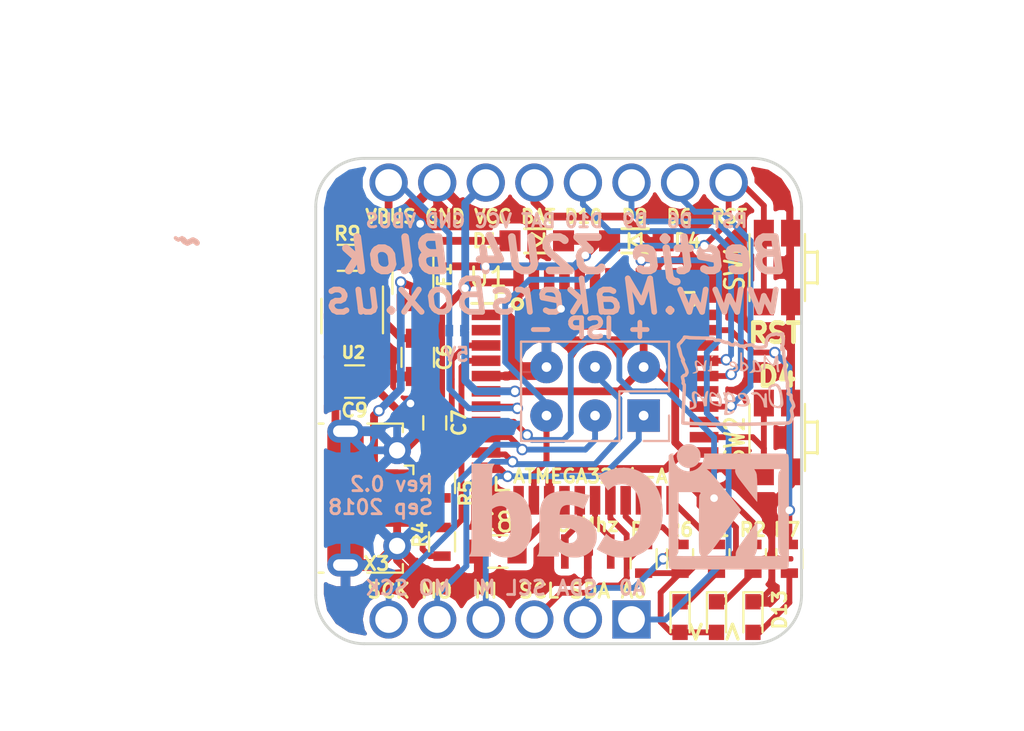
<source format=kicad_pcb>
(kicad_pcb (version 4) (host pcbnew 4.0.7)
  (title_block (title "Beetje 32U4 Blok") (date 2018-08-10) (rev 0.0) (company www.MakersBox.us) (comment 1 648.ken@gmail.com))
  (layers (0 F.Cu signal) (31 B.Cu signal) (34 B.Paste user) (35 F.Paste user) (36 B.SilkS user) (37 F.SilkS user) (38 B.Mask user) (39 F.Mask user) (44 Edge.Cuts user))
  (net 0 "")
  (net 1 GND)
  (net 2 /AREF)
  (net 3 VBUS)
  (net 4 +BATT)
  (net 5 /D4)
  (net 6 /D6)
  (net 7 /D8)
  (net 8 /D13)
  (net 9 /D12)
  (net 10 /D11)
  (net 11 /D10)
  (net 12 /D9)
  (net 13 /D7)
  (net 14 /SCL)
  (net 15 /SDA)
  (net 16 /D1)
  (net 17 /D0)
  (net 18 /A0)
  (net 19 /A1)
  (net 20 /A2)
  (net 21 /A3)
  (net 22 /A4)
  (net 23 /A5)
  (net 24 /SCK)
  (net 25 /MOSI)
  (net 26 /MISO)
  (net 27 "Net-(R4-Pad2)")
  (net 28 "Net-(R5-Pad2)")
  (net 29 "Net-(R9-Pad1)")
  (net 30 "Net-(U1-Pad2)")
  (net 31 "Net-(U1-Pad16)")
  (net 32 "Net-(U1-Pad17)")
  (net 33 /D5)
  (net 34 "Net-(U2-Pad4)")
  (net 35 "Net-(X3-Pad4)")
  (net 36 /RXLED)
  (net 37 /TXLED)
  (net 38 /VHI)
  (net 39 /~RESET)
  (net 40 /D+)
  (net 41 /D-)
  (net 42 VCC)
  (net 43 "Net-(D13-Pad2)")
  (net 44 "Net-(F1-Pad2)")
  (net 45 "Net-(D3-Pad1)")
  (net 46 "Net-(D5-Pad1)")
  (module footprints:Beetje_Top (layer F.Cu) (at 163.83 87.63 270)
    (fp_text reference J4 hide)
    (fp_text value "Beetje Top")
    (fp_text user "RST  D6  D9  D10 BAT VCC GND VBUS" (at 2 9 360) (layer B.SilkS) (effects (font (size 0.7 0.675)) (justify mirror)))
    (fp_text user "VBUS GND VCC BAT D10  D9  D6  RST" (at 1.778 9.017 360) (layer F.SilkS) (effects (font (size 0.7 0.675))))
    (pad 1 thru_hole circle (at 0 0 270) (size 2 2) (drill 1.4) (layers *.Cu *.Mask) (net 39 /~RESET))
    (pad 2 thru_hole oval (at 0 2.54 270) (size 2 2) (drill 1.4) (layers *.Cu *.Mask) (net 6 /D6))
    (pad 3 thru_hole oval (at 0 5.08 270) (size 2 2) (drill 1.4) (layers *.Cu *.Mask) (net 12 /D9))
    (pad 4 thru_hole oval (at 0 7.62 270) (size 2 2) (drill 1.4) (layers *.Cu *.Mask) (net 11 /D10))
    (pad 5 thru_hole circle (at 0 10.16 270) (size 2 2) (drill 1.4) (layers *.Cu *.Mask) (net 4 +BATT))
    (pad 6 thru_hole circle (at 0 12.7 270) (size 2 2) (drill 1.4) (layers *.Cu *.Mask) (net 42 VCC))
    (pad 7 thru_hole circle (at 0 15.24 270) (size 2 2) (drill 1.4) (layers *.Cu *.Mask) (net 1 GND))
    (pad 8 thru_hole circle (at 0 17.78 270) (size 2 2) (drill 1.4) (layers *.Cu *.Mask) (net 3 VBUS))
  )
  (module footprints:Beetje_Bottom (layer F.Cu) (at 158.75 110.49 270)
    (fp_text reference J2 hide)
    (fp_text value "Beetje Bottom")
    (fp_text user "A0  SDA SCL MI  MO SCK" (at -1.651 6.604 360) (layer B.SilkS) (effects (font (size 0.75 0.75)) (justify mirror)))
    (fp_text user "SCK MO  MI  SCL SDA A0" (at -1.5 6.5 360) (layer F.SilkS) (effects (font (size 0.75 0.75))))
    (pad 1 thru_hole rect (at 0 0 270) (size 2 2) (drill 1.4) (layers *.Cu *.Mask) (net 18 /A0))
    (pad 2 thru_hole oval (at 0 2.54 270) (size 2 2) (drill 1.4) (layers *.Cu *.Mask) (net 15 /SDA))
    (pad 3 thru_hole oval (at 0 5.08 270) (size 2 2) (drill 1.4) (layers *.Cu *.Mask) (net 14 /SCL))
    (pad 4 thru_hole oval (at 0 7.62 270) (size 2 2) (drill 1.4) (layers *.Cu *.Mask) (net 26 /MISO))
    (pad 5 thru_hole oval (at 0 10.16 270) (size 2 2) (drill 1.4) (layers *.Cu *.Mask) (net 25 /MOSI))
    (pad 6 thru_hole oval (at 0 12.7 270) (size 2 2) (drill 1.4) (layers *.Cu *.Mask) (net 24 /SCK))
  )
  (module footprints:EVQ-P7A (layer F.Cu) (at 166.37 100.965 90)
    (fp_text reference SW2 (at -0.127 -2.2225 90) (layer F.SilkS) (effects (font (size 1 0.8))))
    (fp_text value D4 (at 3.175 0 180) (layer F.SilkS) (effects (font (thickness 0.25))))
    (pad 2 smd rect (at 1.8 0.725 90) (size 1.4 1.05) (layers F.Cu F.Paste F.Mask) (net 1 GND))
    (pad 2 smd rect (at -1.8 0.725 90) (size 1.4 1.05) (layers F.Cu F.Paste F.Mask) (net 1 GND))
    (pad 1 smd rect (at 1.8 -0.7 90) (size 1.4 1.05) (layers F.Cu F.Paste F.Mask) (net 5 /D4))
    (pad 1 smd rect (at -1.8 -0.7 90) (size 1.4 1.05) (layers F.Cu F.Paste F.Mask) (net 5 /D4))
  )
  (module footprints:D_SOD-123F (layer F.Cu) (at 159.004 90.678)
    (fp_text reference D4 (at 2.667 0) (layer F.SilkS) (effects (font (size 0.7 0.7))))
    (fp_text value MBR120)
    (pad 1 smd rect (at -1.4 0) (size 1.1 1.1) (layers F.Cu F.Paste F.Mask) (net 38 /VHI))
    (pad 2 smd rect (at 1.4 0) (size 1.1 1.1) (layers F.Cu F.Paste F.Mask) (net 4 +BATT))
  )
  (module footprints:D_SOD-123F (layer F.Cu) (at 153.797 90.678 180)
    (fp_text reference D1 (at 2.667 0 180) (layer F.SilkS) (effects (font (size 0.7 0.7))))
    (fp_text value MBR120)
    (pad 1 smd rect (at -1.4 0 180) (size 1.1 1.1) (layers F.Cu F.Paste F.Mask) (net 38 /VHI))
    (pad 2 smd rect (at 1.4 0 180) (size 1.1 1.1) (layers F.Cu F.Paste F.Mask) (net 3 VBUS))
  )
  (module footprints:Jumper (layer B.Cu) (at 149.606 95.377 180)
    (fp_text reference JMP1 hide)
    (fp_text value 5V (at 0 -1.25 180) (layer B.SilkS) (effects (font (size 0.7 0.7)) (justify mirror)))
    (pad 1 smd rect (at -0.381 0 180) (size 0.4 0.6) (layers B.Cu B.Paste B.Mask) (net 42 VCC))
    (pad 2 smd rect (at 0.381 0 180) (size 0.4 0.6) (layers B.Cu B.Paste B.Mask) (net 3 VBUS))
  )
  (module footprints:LED_0603 (layer F.Cu) (at 161.29 110.363 270)
    (fp_text reference D3 hide)
    (fp_text value TX hide)
    (pad 2 smd rect (at 0.8 0 90) (size 0.8 0.8) (layers F.Cu F.Paste F.Mask) (net 42 VCC))
    (pad 1 smd rect (at -0.8 0 90) (size 0.8 0.8) (layers F.Cu F.Paste F.Mask) (net 45 "Net-(D3-Pad1)"))
  )
  (module footprints:Resonator_SMD_CTSC_1.3mmx3.2mm (layer F.Cu) (at 156.464 106.934 180)
    (fp_text reference Y1 hide)
    (fp_text value "8 Mhz" (at 0 1.397 180) (layer F.SilkS) (effects (font (size 0.7 0.7))))
    (pad 1 smd rect (at -1.2 0 180) (size 0.4 1.8) (layers F.Cu F.Paste F.Mask) (net 32 "Net-(U1-Pad17)"))
    (pad 2 smd rect (at 0 0 180) (size 0.4 1.8) (layers F.Cu F.Paste F.Mask) (net 1 GND))
    (pad 3 smd rect (at 1.2 0 180) (size 0.4 1.8) (layers F.Cu F.Paste F.Mask) (net 31 "Net-(U1-Pad16)"))
  )
  (module footprints:EVQ-P7A (layer F.Cu) (at 166.37 92.075 90)
    (fp_text reference SW1 (at 0 -2.2225 270) (layer F.SilkS) (effects (font (size 1 0.8))))
    (fp_text value RST (at -3.429 -0.127 180) (layer F.SilkS) (effects (font (thickness 0.25))))
    (pad 2 smd rect (at 1.8 0.725 90) (size 1.4 1.05) (layers F.Cu F.Paste F.Mask) (net 1 GND))
    (pad 2 smd rect (at -1.8 0.725 90) (size 1.4 1.05) (layers F.Cu F.Paste F.Mask) (net 1 GND))
    (pad 1 smd rect (at 1.8 -0.7 90) (size 1.4 1.05) (layers F.Cu F.Paste F.Mask) (net 39 /~RESET))
    (pad 1 smd rect (at -1.8 -0.7 90) (size 1.4 1.05) (layers F.Cu F.Paste F.Mask) (net 39 /~RESET))
  )
  (module myFootPrints:MadeInOregonRev25 (layer F.Cu) (at 164.211 97.917)
    (fp_text reference VAL hide)
    (fp_text value MadeInOregonRev25 hide)
  )
  (module footprints:KiCad-Logo2_8mm_SilkScreen (layer B.Cu) (at 158.623 105.283 180)
    (fp_text reference REF*** hide)
    (fp_text value KiCad-Logo2_8mm_SilkScreen hide)
  )
  (module footprints:C_0805 (layer F.Cu) (at 147.574 96.774 270)
    (fp_text reference C6 (at 0 -1.397 270) (layer F.SilkS) (effects (font (size 0.7 0.7))))
    (fp_text value 10uF)
    (pad 1 smd rect (at -1 0 270) (size 1 1.25) (layers F.Cu F.Paste F.Mask) (net 38 /VHI))
    (pad 2 smd rect (at 1 0 270) (size 1 1.25) (layers F.Cu F.Paste F.Mask) (net 1 GND))
  )
  (module footprints:C_0603 (layer F.Cu) (at 148.463 100.203 270)
    (fp_text reference C7 (at 0 -1.27 450) (layer F.SilkS) (effects (font (size 0.7 0.7))))
    (fp_text value 1uF)
    (pad 2 smd rect (at 0.75 0 270) (size 0.8 0.75) (layers F.Cu F.Paste F.Mask) (net 1 GND))
    (pad 1 smd rect (at -0.75 0 270) (size 0.8 0.75) (layers F.Cu F.Paste F.Mask) (net 42 VCC))
  )
  (module footprints:C_0805 (layer F.Cu) (at 151.765 106.934 180)
    (fp_text reference C8 (at 0.127 1.524 180) (layer F.SilkS))
    (fp_text value 10uF)
    (pad 1 smd rect (at -1 0 180) (size 1 1.25) (layers F.Cu F.Paste F.Mask) (net 42 VCC))
    (pad 2 smd rect (at 1 0 180) (size 1 1.25) (layers F.Cu F.Paste F.Mask) (net 1 GND))
  )
  (module footprints:C_0805 (layer F.Cu) (at 144.272 98.044 180)
    (fp_text reference C9 (at 0 -1.5 180) (layer F.SilkS) (effects (font (size 0.7 0.7))))
    (fp_text value 10uF)
    (pad 1 smd rect (at -1 0 180) (size 1 1.25) (layers F.Cu F.Paste F.Mask) (net 42 VCC))
    (pad 2 smd rect (at 1 0 180) (size 1 1.25) (layers F.Cu F.Paste F.Mask) (net 1 GND))
  )
  (module footprints:LED_0603 (layer F.Cu) (at 163.195 110.363 270)
    (fp_text reference D5 hide)
    (fp_text value RX hide)
    (pad 2 smd rect (at 0.8 0 90) (size 0.8 0.8) (layers F.Cu F.Paste F.Mask) (net 42 VCC))
    (pad 1 smd rect (at -0.8 0 90) (size 0.8 0.8) (layers F.Cu F.Paste F.Mask) (net 46 "Net-(D5-Pad1)"))
  )
  (module footprints:LED_0603 (layer F.Cu) (at 165.1 110.363 270)
    (fp_text reference D13 (at -0.381 -1.397 270) (layer F.SilkS) (effects (font (size 0.7 0.7))))
    (fp_text value D13)
    (pad 2 smd rect (at 0.8 0 90) (size 0.8 0.8) (layers F.Cu F.Paste F.Mask) (net 43 "Net-(D13-Pad2)"))
    (pad 1 smd rect (at -0.8 0 90) (size 0.8 0.8) (layers F.Cu F.Paste F.Mask) (net 1 GND))
  )
  (module footprints:R_1206 (layer F.Cu) (at 147.32 92.456 270)
    (fp_text reference F1 (at 0 -1.651 270) (layer F.SilkS) (effects (font (size 0.7 0.7))))
    (fp_text value Polyfuse)
    (pad 1 smd rect (at -1.45 0 270) (size 0.9 1.7) (layers F.Cu F.Paste F.Mask) (net 3 VBUS))
    (pad 2 smd rect (at 1.45 0 270) (size 0.9 1.7) (layers F.Cu F.Paste F.Mask) (net 44 "Net-(F1-Pad2)"))
  )
  (module footprints:R_0603 (layer F.Cu) (at 163.195 107.315 270)
    (fp_text reference R1 (at -1.524 0 360) (layer F.SilkS) (effects (font (size 0.7 0.7))))
    (fp_text value 180)
    (pad 1 smd rect (at -0.75 0 270) (size 0.5 0.9) (layers F.Cu F.Paste F.Mask) (net 37 /TXLED))
    (pad 2 smd rect (at 0.75 0 270) (size 0.5 0.9) (layers F.Cu F.Paste F.Mask) (net 45 "Net-(D3-Pad1)"))
  )
  (module footprints:R_0603 (layer F.Cu) (at 165.1 107.315 270)
    (fp_text reference R2 (at -1.524 0 360) (layer F.SilkS) (effects (font (size 0.7 0.7))))
    (fp_text value 180)
    (pad 1 smd rect (at -0.75 0 270) (size 0.5 0.9) (layers F.Cu F.Paste F.Mask) (net 36 /RXLED))
    (pad 2 smd rect (at 0.75 0 270) (size 0.5 0.9) (layers F.Cu F.Paste F.Mask) (net 46 "Net-(D5-Pad1)"))
  )
  (module footprints:R_0603 (layer F.Cu) (at 148.844 106.426 270)
    (fp_text reference R4 (at -0.381 1.143 450) (layer F.SilkS) (effects (font (size 0.7 0.7))))
    (fp_text value 22)
    (pad 1 smd rect (at -0.75 0 270) (size 0.5 0.9) (layers F.Cu F.Paste F.Mask) (net 40 /D+))
    (pad 2 smd rect (at 0.75 0 270) (size 0.5 0.9) (layers F.Cu F.Paste F.Mask) (net 27 "Net-(R4-Pad2)"))
  )
  (module footprints:R_0603 (layer F.Cu) (at 148.844 103.378 270)
    (fp_text reference R5 (at 0.508 -1.27 450) (layer F.SilkS) (effects (font (size 0.7 0.7))))
    (fp_text value 22)
    (pad 1 smd rect (at -0.75 0 270) (size 0.5 0.9) (layers F.Cu F.Paste F.Mask) (net 41 /D-))
    (pad 2 smd rect (at 0.75 0 270) (size 0.5 0.9) (layers F.Cu F.Paste F.Mask) (net 28 "Net-(R5-Pad2)"))
  )
  (module footprints:R_0603 (layer F.Cu) (at 167.005 107.315 90)
    (fp_text reference R7 (at 1.524 -0.127 180) (layer F.SilkS) (effects (font (size 0.7 0.7))))
    (fp_text value 180)
    (pad 1 smd rect (at -0.75 0 90) (size 0.5 0.9) (layers F.Cu F.Paste F.Mask) (net 43 "Net-(D13-Pad2)"))
    (pad 2 smd rect (at 0.75 0 90) (size 0.5 0.9) (layers F.Cu F.Paste F.Mask) (net 8 /D13))
  )
  (module footprints:R_0603 (layer F.Cu) (at 143.891 91.567)
    (fp_text reference R9 (at 0 -1.27) (layer F.SilkS) (effects (font (size 0.7 0.7))))
    (fp_text value 100K)
    (pad 1 smd rect (at -0.75 0) (size 0.5 0.9) (layers F.Cu F.Paste F.Mask) (net 29 "Net-(R9-Pad1)"))
    (pad 2 smd rect (at 0.75 0) (size 0.5 0.9) (layers F.Cu F.Paste F.Mask) (net 38 /VHI))
  )
  (module footprints:TQFP-44_10x10mm_Pitch0.8mm (layer F.Cu) (at 156.845 98.552)
    (fp_text reference U1 (at -5.588 -5.969) (layer F.SilkS))
    (fp_text value ATMEGA32U4-AU (at 0.127 4.445) (layer F.SilkS) (effects (font (size 0.7 0.7))))
    (pad 1 smd rect (at -5.7 -4) (size 1.5 0.55) (layers F.Cu F.Paste F.Mask) (net 13 /D7))
    (pad 2 smd rect (at -5.7 -3.2) (size 1.5 0.55) (layers F.Cu F.Paste F.Mask) (net 30 "Net-(U1-Pad2)"))
    (pad 3 smd rect (at -5.7 -2.4) (size 1.5 0.55) (layers F.Cu F.Paste F.Mask) (net 41 /D-))
    (pad 4 smd rect (at -5.7 -1.6) (size 1.5 0.55) (layers F.Cu F.Paste F.Mask) (net 40 /D+))
    (pad 5 smd rect (at -5.7 -0.8) (size 1.5 0.55) (layers F.Cu F.Paste F.Mask) (net 1 GND))
    (pad 6 smd rect (at -5.7 0) (size 1.5 0.55) (layers F.Cu F.Paste F.Mask) (net 42 VCC))
    (pad 7 smd rect (at -5.7 0.8) (size 1.5 0.55) (layers F.Cu F.Paste F.Mask) (net 3 VBUS))
    (pad 8 smd rect (at -5.7 1.6) (size 1.5 0.55) (layers F.Cu F.Paste F.Mask) (net 36 /RXLED))
    (pad 9 smd rect (at -5.7 2.4) (size 1.5 0.55) (layers F.Cu F.Paste F.Mask) (net 24 /SCK))
    (pad 10 smd rect (at -5.7 3.2) (size 1.5 0.55) (layers F.Cu F.Paste F.Mask) (net 25 /MOSI))
    (pad 11 smd rect (at -5.7 4) (size 1.5 0.55) (layers F.Cu F.Paste F.Mask) (net 26 /MISO))
    (pad 12 smd rect (at -4 5.7 90) (size 1.5 0.55) (layers F.Cu F.Paste F.Mask) (net 10 /D11))
    (pad 13 smd rect (at -3.2 5.7 90) (size 1.5 0.55) (layers F.Cu F.Paste F.Mask) (net 39 /~RESET))
    (pad 14 smd rect (at -2.4 5.7 90) (size 1.5 0.55) (layers F.Cu F.Paste F.Mask) (net 42 VCC))
    (pad 15 smd rect (at -1.6 5.7 90) (size 1.5 0.55) (layers F.Cu F.Paste F.Mask) (net 1 GND))
    (pad 16 smd rect (at -0.8 5.7 90) (size 1.5 0.55) (layers F.Cu F.Paste F.Mask) (net 31 "Net-(U1-Pad16)"))
    (pad 17 smd rect (at 0 5.7 90) (size 1.5 0.55) (layers F.Cu F.Paste F.Mask) (net 32 "Net-(U1-Pad17)"))
    (pad 18 smd rect (at 0.8 5.7 90) (size 1.5 0.55) (layers F.Cu F.Paste F.Mask) (net 14 /SCL))
    (pad 19 smd rect (at 1.6 5.7 90) (size 1.5 0.55) (layers F.Cu F.Paste F.Mask) (net 15 /SDA))
    (pad 20 smd rect (at 2.4 5.7 90) (size 1.5 0.55) (layers F.Cu F.Paste F.Mask) (net 17 /D0))
    (pad 21 smd rect (at 3.2 5.7 90) (size 1.5 0.55) (layers F.Cu F.Paste F.Mask) (net 16 /D1))
    (pad 22 smd rect (at 4 5.7 90) (size 1.5 0.55) (layers F.Cu F.Paste F.Mask) (net 37 /TXLED))
    (pad 23 smd rect (at 5.7 4) (size 1.5 0.55) (layers F.Cu F.Paste F.Mask) (net 1 GND))
    (pad 24 smd rect (at 5.7 3.2) (size 1.5 0.55) (layers F.Cu F.Paste F.Mask) (net 42 VCC))
    (pad 25 smd rect (at 5.7 2.4) (size 1.5 0.55) (layers F.Cu F.Paste F.Mask) (net 5 /D4))
    (pad 26 smd rect (at 5.7 1.6) (size 1.5 0.55) (layers F.Cu F.Paste F.Mask) (net 9 /D12))
    (pad 27 smd rect (at 5.7 0.8) (size 1.5 0.55) (layers F.Cu F.Paste F.Mask) (net 6 /D6))
    (pad 28 smd rect (at 5.7 0) (size 1.5 0.55) (layers F.Cu F.Paste F.Mask) (net 7 /D8))
    (pad 29 smd rect (at 5.7 -0.8) (size 1.5 0.55) (layers F.Cu F.Paste F.Mask) (net 12 /D9))
    (pad 30 smd rect (at 5.7 -1.6) (size 1.5 0.55) (layers F.Cu F.Paste F.Mask) (net 11 /D10))
    (pad 31 smd rect (at 5.7 -2.4) (size 1.5 0.55) (layers F.Cu F.Paste F.Mask) (net 33 /D5))
    (pad 32 smd rect (at 5.7 -3.2) (size 1.5 0.55) (layers F.Cu F.Paste F.Mask) (net 8 /D13))
    (pad 33 smd rect (at 5.7 -4) (size 1.5 0.55) (layers F.Cu F.Paste F.Mask) (net 42 VCC))
    (pad 34 smd rect (at 4 -5.7 90) (size 1.5 0.55) (layers F.Cu F.Paste F.Mask) (net 42 VCC))
    (pad 35 smd rect (at 3.2 -5.7 90) (size 1.5 0.55) (layers F.Cu F.Paste F.Mask) (net 1 GND))
    (pad 36 smd rect (at 2.4 -5.7 90) (size 1.5 0.55) (layers F.Cu F.Paste F.Mask) (net 18 /A0))
    (pad 37 smd rect (at 1.6 -5.7 90) (size 1.5 0.55) (layers F.Cu F.Paste F.Mask) (net 19 /A1))
    (pad 38 smd rect (at 0.8 -5.7 90) (size 1.5 0.55) (layers F.Cu F.Paste F.Mask) (net 20 /A2))
    (pad 39 smd rect (at 0 -5.7 90) (size 1.5 0.55) (layers F.Cu F.Paste F.Mask) (net 21 /A3))
    (pad 40 smd rect (at -0.8 -5.7 90) (size 1.5 0.55) (layers F.Cu F.Paste F.Mask) (net 22 /A4))
    (pad 41 smd rect (at -1.6 -5.7 90) (size 1.5 0.55) (layers F.Cu F.Paste F.Mask) (net 23 /A5))
    (pad 42 smd rect (at -2.4 -5.7 90) (size 1.5 0.55) (layers F.Cu F.Paste F.Mask) (net 2 /AREF))
    (pad 43 smd rect (at -3.2 -5.7 90) (size 1.5 0.55) (layers F.Cu F.Paste F.Mask) (net 1 GND))
    (pad 44 smd rect (at -4 -5.7 90) (size 1.5 0.55) (layers F.Cu F.Paste F.Mask) (net 42 VCC))
  )
  (module footprints:SOT-23-5 (layer F.Cu) (at 144.145 94.615 270)
    (fp_text reference U2 (at 1.905 -0.0635 360) (layer F.SilkS) (effects (font (size 0.6 0.6))))
    (fp_text value MIC5225-3.3)
    (pad 1 smd rect (at -1.1 -0.95 270) (size 1.06 0.65) (layers F.Cu F.Paste F.Mask) (net 38 /VHI))
    (pad 2 smd rect (at -1.1 0 270) (size 1.06 0.65) (layers F.Cu F.Paste F.Mask) (net 1 GND))
    (pad 3 smd rect (at -1.1 0.95 270) (size 1.06 0.65) (layers F.Cu F.Paste F.Mask) (net 29 "Net-(R9-Pad1)"))
    (pad 4 smd rect (at 1.1 0.95 270) (size 1.06 0.65) (layers F.Cu F.Paste F.Mask) (net 34 "Net-(U2-Pad4)"))
    (pad 5 smd rect (at 1.1 -0.95 270) (size 1.06 0.65) (layers F.Cu F.Paste F.Mask) (net 42 VCC))
  )
  (module footprints:USB_Micro-B_Molex-105017-0001 (layer F.Cu) (at 144.145 104.14 270)
    (fp_text reference X3 (at 3.429 -1.27 360) (layer F.SilkS) (effects (font (size 0.7 0.7))))
    (fp_text value USB_OTG)
    (pad 6 smd rect (at 1 0.35 270) (size 1.5 1.9) (layers F.Cu F.Paste F.Mask) (net 1 GND))
    (pad 6 thru_hole circle (at -2.5 -2.35 270) (size 1.45 1.45) (drill 0.85) (layers *.Cu *.Mask) (net 1 GND))
    (pad 2 smd rect (at -0.65 -2.35 270) (size 0.4 1.35) (layers F.Cu F.Paste F.Mask) (net 28 "Net-(R5-Pad2)"))
    (pad 1 smd rect (at -1.3 -2.35 270) (size 0.4 1.35) (layers F.Cu F.Paste F.Mask) (net 44 "Net-(F1-Pad2)"))
    (pad 5 smd rect (at 1.3 -2.35 270) (size 0.4 1.35) (layers F.Cu F.Paste F.Mask) (net 1 GND))
    (pad 4 smd rect (at 0.65 -2.35 270) (size 0.4 1.35) (layers F.Cu F.Paste F.Mask) (net 35 "Net-(X3-Pad4)"))
    (pad 3 smd rect (at 0 -2.35 270) (size 0.4 1.35) (layers F.Cu F.Paste F.Mask) (net 27 "Net-(R4-Pad2)"))
    (pad 6 thru_hole circle (at 2.5 -2.35 270) (size 1.45 1.45) (drill 0.85) (layers *.Cu *.Mask) (net 1 GND))
    (pad 6 smd rect (at -1 0.35 270) (size 1.5 1.9) (layers F.Cu F.Paste F.Mask) (net 1 GND))
    (pad 6 thru_hole oval (at -3.5 0.35 90) (size 1.2 1.9) (drill oval 0.6 1.3) (layers *.Cu *.Mask) (net 1 GND))
    (pad 6 thru_hole oval (at 3.5 0.35 270) (size 1.2 1.9) (drill oval 0.6 1.3) (layers *.Cu *.Mask) (net 1 GND))
    (pad 6 smd rect (at 2.9 0.35 270) (size 1.2 1.9) (layers F.Cu F.Mask) (net 1 GND))
    (pad 6 smd rect (at -2.9 0.35 270) (size 1.2 1.9) (layers F.Cu F.Mask) (net 1 GND))
  )
  (module footprints:Pin_Header_Straight_2x03_Pitch2.54mm (layer B.Cu) (at 159.385 99.822 90)
    (fp_text reference CON1 hide)
    (fp_text value AVR-ISP-6)
    (pad 1 thru_hole rect (at 0 0 90) (size 1.7 1.7) (drill 0.508) (layers *.Cu *.Mask) (net 26 /MISO))
    (pad 2 thru_hole oval (at 2.54 0 90) (size 1.7 1.7) (drill 0.508) (layers *.Cu *.Mask) (net 42 VCC))
    (pad 3 thru_hole oval (at 0 -2.54 90) (size 1.7 1.7) (drill 0.508) (layers *.Cu *.Mask) (net 24 /SCK))
    (pad 4 thru_hole oval (at 2.54 -2.54 90) (size 1.7 1.7) (drill 0.508) (layers *.Cu *.Mask) (net 25 /MOSI))
    (pad 5 thru_hole oval (at 0 -5.08 90) (size 1.7 1.7) (drill 0.508) (layers *.Cu *.Mask) (net 39 /~RESET))
    (pad 6 thru_hole oval (at 2.54 -5.08 90) (size 1.7 1.7) (drill 0.508) (layers *.Cu *.Mask) (net 1 GND))
  )
  (module footprints:R_0603 (layer F.Cu) (at 159.385 107.315 270)
    (fp_text reference R3 (at -1.524 0 360) (layer F.SilkS) (effects (font (size 0.7 0.7))))
    (fp_text value 4K7)
    (pad 1 smd rect (at -0.75 0 270) (size 0.5 0.9) (layers F.Cu F.Paste F.Mask) (net 14 /SCL))
    (pad 2 smd rect (at 0.75 0 270) (size 0.5 0.9) (layers F.Cu F.Paste F.Mask) (net 42 VCC))
  )
  (module footprints:R_0603 (layer F.Cu) (at 161.29 107.315 270)
    (fp_text reference R6 (at -1.524 0 360) (layer F.SilkS) (effects (font (size 0.7 0.7))))
    (fp_text value 4K7)
    (pad 1 smd rect (at -0.75 0 270) (size 0.5 0.9) (layers F.Cu F.Paste F.Mask) (net 15 /SDA))
    (pad 2 smd rect (at 0.75 0 270) (size 0.5 0.9) (layers F.Cu F.Paste F.Mask) (net 42 VCC))
  )
  (gr_text > (at 163.957 111.125 90) (layer F.SilkS) (effects (font (size 1 1) (thickness 0.175))))
  (gr_text > (at 162.179 111.125 270) (layer F.SilkS) (effects (font (size 1 1) (thickness 0.175))))
  (gr_text "Rev 0.2\nSep 2018" (at 148.463 104.013) (layer B.SilkS) (effects (font (size 0.75 0.75)) (justify left mirror)))
  (gr_line (start 142.24 109.22) (end 142.24 88.9) (angle 90) (layer Edge.Cuts) (width 0.15))
  (gr_line (start 165.1 111.76) (end 144.78 111.76) (angle 90) (layer Edge.Cuts) (width 0.15))
  (gr_line (start 167.64 88.9) (end 167.64 109.22) (angle 90) (layer Edge.Cuts) (width 0.15))
  (gr_line (start 144.78 86.36) (end 165.1 86.36) (angle 90) (layer Edge.Cuts) (width 0.15))
  (gr_arc (start 144.78 88.9) (end 142.24 88.9) (angle 90) (layer Edge.Cuts) (width 0.15))
  (gr_arc (start 144.78 109.22) (end 144.78 111.76) (angle 90) (layer Edge.Cuts) (width 0.15))
  (gr_arc (start 165.1 109.22) (end 167.64 109.22) (angle 90) (layer Edge.Cuts) (width 0.15))
  (gr_arc (start 165.1 88.9) (end 165.1 86.36) (angle 90) (layer Edge.Cuts) (width 0.15))
  (gr_text "+ ISP -" (at 156.591 95.25) (layer B.SilkS) (effects (font (size 1 1) (thickness 0.25)) (justify mirror)))
  (gr_circle (center 152.781 93.98) (end 152.781 93.726) (layer F.SilkS) (width 0.2))
  (gr_text www.MakersBox.us (at 166.878 93.599) (layer B.SilkS) (effects (font (size 1.75 1.75) (thickness 0.3) italic) (justify left mirror)))
  (gr_text "Beetje 32U4 Blok\n" (at 167.132 91.44) (layer B.SilkS) (effects (font (size 1.75 1.75) (thickness 0.4) italic) (justify left mirror)))
  (gr_text ~ (at 135.636 90.678) (layer B.SilkS) (effects (font (size 1.5 1.5) (thickness 0.3)) (justify mirror)))
  (gr_text ~ (at 135.128 90.551) (layer B.SilkS) (effects (font (size 1 1) (thickness 0.2)) (justify mirror)))
  (segment (start 165.1 109.563) (end 165.392 109.563) (width 0.3048) (layer F.Cu) (net 1))
  (segment (start 165.392 109.563) (end 166.116 108.839) (width 0.3048) (layer F.Cu) (net 1))
  (segment (start 166.116 105.029) (end 165.227 104.14) (width 0.3048) (layer F.Cu) (net 1))
  (segment (start 166.116 108.839) (end 166.116 105.029) (width 0.3048) (layer F.Cu) (net 1))
  (segment (start 165.1 104.14) (end 165.227 104.14) (width 0.4064) (layer F.Cu) (net 1))
  (segment (start 165.227 104.14) (end 166.37 104.14) (width 0.4064) (layer F.Cu) (net 1))
  (segment (start 166.37 104.14) (end 167.095 103.415) (width 0.4064) (layer F.Cu) (net 1))
  (segment (start 162.545 102.552) (end 163.512 102.552) (width 0.4064) (layer F.Cu) (net 1))
  (segment (start 163.512 102.552) (end 165.1 104.14) (width 0.4064) (layer F.Cu) (net 1))
  (segment (start 167.095 96.393) (end 167.095 96.356) (width 0.4064) (layer F.Cu) (net 1))
  (segment (start 164.211 93.218) (end 162.687 91.694) (width 0.4064) (layer F.Cu) (net 1))
  (segment (start 164.211 94.615) (end 164.211 93.218) (width 0.4064) (layer F.Cu) (net 1))
  (segment (start 165.1 95.504) (end 164.211 94.615) (width 0.4064) (layer F.Cu) (net 1))
  (segment (start 166.243 95.504) (end 165.1 95.504) (width 0.4064) (layer F.Cu) (net 1))
  (segment (start 167.095 96.356) (end 166.243 95.504) (width 0.4064) (layer F.Cu) (net 1))
  (segment (start 147.193 99.187) (end 147.574 98.806) (width 0.4064) (layer B.Cu) (net 1))
  (segment (start 148.59 88.9) (end 148.59 87.63) (width 0.4064) (layer F.Cu) (net 1))
  (segment (start 147.701 89.789) (end 148.59 88.9) (width 0.4064) (layer F.Cu) (net 1))
  (via (at 147.701 89.789) (size 0.6) (drill 0.4) (layers F.Cu B.Cu) (net 1))
  (segment (start 147.574 89.916) (end 147.701 89.789) (width 0.4064) (layer B.Cu) (net 1))
  (segment (start 147.574 98.806) (end 147.574 89.916) (width 0.4064) (layer B.Cu) (net 1))
  (segment (start 143.795 107.64) (end 145.495 107.64) (width 0.6096) (layer F.Cu) (net 1))
  (segment (start 145.495 107.64) (end 146.495 106.64) (width 0.6096) (layer F.Cu) (net 1))
  (segment (start 167.095 93.875) (end 167.095 90.275) (width 0.3048) (layer F.Cu) (net 1))
  (segment (start 167.095 103.415) (end 167.095 102.765) (width 0.4064) (layer F.Cu) (net 1))
  (segment (start 167.095 99.8) (end 167.095 96.393) (width 0.4064) (layer F.Cu) (net 1))
  (segment (start 167.095 96.393) (end 167.095 93.875) (width 0.4064) (layer F.Cu) (net 1))
  (segment (start 160.045 92.05) (end 160.401 91.694) (width 0.4064) (layer F.Cu) (net 1))
  (segment (start 160.045 92.852) (end 160.045 92.05) (width 0.4064) (layer F.Cu) (net 1))
  (segment (start 160.401 91.694) (end 162.687 91.694) (width 0.4064) (layer F.Cu) (net 1))
  (segment (start 165.138 109.601) (end 165.1 109.563) (width 0.3048) (layer F.Cu) (net 1))
  (segment (start 153.645 92.852) (end 153.645 90.018) (width 0.4064) (layer F.Cu) (net 1))
  (segment (start 148.59 88.646) (end 148.59 87.63) (width 0.4064) (layer F.Cu) (net 1))
  (segment (start 149.352 89.408) (end 148.59 88.646) (width 0.4064) (layer F.Cu) (net 1))
  (segment (start 153.035 89.408) (end 149.352 89.408) (width 0.4064) (layer F.Cu) (net 1))
  (segment (start 153.645 90.018) (end 153.035 89.408) (width 0.4064) (layer F.Cu) (net 1))
  (segment (start 152.908 108.712) (end 153.162 108.712) (width 0.4064) (layer F.Cu) (net 1))
  (segment (start 150.765 108.22) (end 151.257 108.712) (width 0.4064) (layer F.Cu) (net 1))
  (segment (start 151.257 108.712) (end 152.908 108.712) (width 0.4064) (layer F.Cu) (net 1))
  (segment (start 150.765 106.68) (end 150.765 108.22) (width 0.4064) (layer F.Cu) (net 1))
  (segment (start 153.162 108.712) (end 154.305 107.569) (width 0.4064) (layer F.Cu) (net 1))
  (segment (start 154.305 107.569) (end 154.305 106.172) (width 0.3048) (layer F.Cu) (net 1))
  (segment (start 154.305 106.172) (end 154.432 106.045) (width 0.3048) (layer F.Cu) (net 1))
  (segment (start 155.245 105.232) (end 155.245 104.252) (width 0.3048) (layer F.Cu) (net 1))
  (segment (start 154.432 106.045) (end 155.245 105.232) (width 0.3048) (layer F.Cu) (net 1))
  (segment (start 156.464 106.934) (end 156.464 108.204) (width 0.3048) (layer F.Cu) (net 1))
  (segment (start 156.464 108.204) (end 156.083 108.585) (width 0.3048) (layer F.Cu) (net 1))
  (segment (start 156.083 108.585) (end 154.559 108.585) (width 0.3048) (layer F.Cu) (net 1))
  (segment (start 154.559 108.585) (end 154.305 108.331) (width 0.3048) (layer F.Cu) (net 1))
  (segment (start 154.305 108.331) (end 154.305 107.569) (width 0.3048) (layer F.Cu) (net 1))
  (segment (start 146.495 101.64) (end 146.495 99.885) (width 0.4064) (layer B.Cu) (net 1))
  (segment (start 146.495 99.885) (end 147.193 99.187) (width 0.4064) (layer B.Cu) (net 1))
  (via (at 147.193 99.187) (size 0.6) (drill 0.4) (layers F.Cu B.Cu) (net 1))
  (segment (start 147.193 99.187) (end 147.574 98.806) (width 0.4064) (layer F.Cu) (net 1))
  (segment (start 147.574 98.806) (end 147.574 97.774) (width 0.4064) (layer F.Cu) (net 1))
  (segment (start 146.495 101.64) (end 146.899 101.64) (width 0.4064) (layer F.Cu) (net 1))
  (segment (start 146.899 101.64) (end 147.586 100.953) (width 0.4064) (layer F.Cu) (net 1))
  (segment (start 147.586 100.953) (end 148.463 100.953) (width 0.4064) (layer F.Cu) (net 1))
  (segment (start 146.495 106.64) (end 146.495 107.379) (width 0.4064) (layer F.Cu) (net 1))
  (segment (start 150.765 108.188) (end 150.765 106.68) (width 0.4064) (layer F.Cu) (net 1))
  (segment (start 150.368 108.585) (end 150.765 108.188) (width 0.4064) (layer F.Cu) (net 1))
  (segment (start 147.701 108.585) (end 150.368 108.585) (width 0.4064) (layer F.Cu) (net 1))
  (segment (start 146.495 107.379) (end 147.701 108.585) (width 0.4064) (layer F.Cu) (net 1))
  (segment (start 154.305 107.569) (end 154.432 107.569) (width 0.3048) (layer F.Cu) (net 1))
  (segment (start 155.067 94.234) (end 159.766 94.234) (width 0.4064) (layer F.Cu) (net 1))
  (segment (start 160.045 93.955) (end 160.045 92.852) (width 0.4064) (layer F.Cu) (net 1))
  (segment (start 159.766 94.234) (end 160.045 93.955) (width 0.4064) (layer F.Cu) (net 1))
  (segment (start 153.67 93.853) (end 153.67 92.877) (width 0.4064) (layer F.Cu) (net 1))
  (segment (start 154.051 94.234) (end 153.67 93.853) (width 0.4064) (layer F.Cu) (net 1))
  (segment (start 155.067 94.234) (end 154.051 94.234) (width 0.4064) (layer F.Cu) (net 1))
  (via (at 155.067 94.234) (size 0.6) (drill 0.4) (layers F.Cu B.Cu) (net 1))
  (segment (start 153.67 92.877) (end 153.645 92.852) (width 0.4064) (layer F.Cu) (net 1))
  (segment (start 150.765 106.553) (end 150.765 107.204) (width 0.3048) (layer F.Cu) (net 1))
  (segment (start 151.145 97.752) (end 153.835 97.752) (width 0.4064) (layer F.Cu) (net 1))
  (segment (start 146.495 101.64) (end 144.795 101.64) (width 0.4064) (layer B.Cu) (net 1))
  (segment (start 144.795 101.64) (end 143.795 100.64) (width 0.4064) (layer B.Cu) (net 1))
  (segment (start 146.495 105.44) (end 146.495 106.64) (width 0.4064) (layer F.Cu) (net 1))
  (segment (start 143.795 100.64) (end 143.795 107.64) (width 0.4064) (layer F.Cu) (net 1))
  (segment (start 143.272 98.044) (end 143.272 100.117) (width 0.4064) (layer F.Cu) (net 1))
  (segment (start 143.272 100.117) (end 143.795 100.64) (width 0.4064) (layer F.Cu) (net 1))
  (segment (start 144.145 93.515) (end 144.145 94.615) (width 0.4064) (layer F.Cu) (net 1))
  (segment (start 144.145 97.171) (end 143.272 98.044) (width 0.4064) (layer F.Cu) (net 1))
  (segment (start 143.272 98.044) (end 143.272 98.028) (width 0.4064) (layer F.Cu) (net 1))
  (segment (start 144.145 94.615) (end 144.145 97.171) (width 0.4064) (layer F.Cu) (net 1))
  (segment (start 154.305 94.996) (end 155.067 94.234) (width 0.4064) (layer B.Cu) (net 1))
  (segment (start 154.305 97.282) (end 154.305 94.996) (width 0.4064) (layer B.Cu) (net 1))
  (segment (start 153.835 97.752) (end 154.305 97.282) (width 0.3048) (layer F.Cu) (net 1))
  (segment (start 149.225 95.377) (end 149.225 93.853) (width 0.3048) (layer B.Cu) (net 3))
  (segment (start 149.225 90.297) (end 146.558 87.63) (width 0.3048) (layer B.Cu) (net 3))
  (segment (start 149.225 93.853) (end 149.225 90.297) (width 0.3048) (layer B.Cu) (net 3))
  (segment (start 149.225 95.377) (end 149.225 98.425) (width 0.3048) (layer B.Cu) (net 3))
  (segment (start 150.241 99.441) (end 152.781 99.441) (width 0.3048) (layer B.Cu) (net 3))
  (via (at 152.781 99.441) (size 0.6) (drill 0.4) (layers F.Cu B.Cu) (net 3))
  (segment (start 150.241 99.441) (end 149.225 98.425) (width 0.3048) (layer B.Cu) (net 3))
  (segment (start 146.558 87.63) (end 146.05 87.63) (width 0.3048) (layer B.Cu) (net 3))
  (segment (start 152.397 90.678) (end 147.648 90.678) (width 0.4064) (layer F.Cu) (net 3))
  (segment (start 147.648 90.678) (end 147.32 91.006) (width 0.4064) (layer F.Cu) (net 3))
  (segment (start 147.648 90.678) (end 147.32 91.006) (width 0.4064) (layer F.Cu) (net 3))
  (segment (start 151.145 99.352) (end 152.692 99.352) (width 0.3048) (layer F.Cu) (net 3))
  (segment (start 147.521 90.805) (end 147.32 91.006) (width 0.4064) (layer F.Cu) (net 3))
  (segment (start 147.32 91.006) (end 147.32 90.805) (width 0.4064) (layer F.Cu) (net 3))
  (segment (start 147.32 90.805) (end 146.05 89.535) (width 0.4064) (layer F.Cu) (net 3))
  (segment (start 146.05 89.535) (end 146.05 87.63) (width 0.4064) (layer F.Cu) (net 3))
  (segment (start 160.404 90.678) (end 159.639 90.678) (width 0.4064) (layer F.Cu) (net 4))
  (segment (start 153.67 88.646) (end 153.67 87.63) (width 0.4064) (layer F.Cu) (net 4))
  (segment (start 154.432 89.408) (end 153.67 88.646) (width 0.4064) (layer F.Cu) (net 4))
  (segment (start 158.369 89.408) (end 154.432 89.408) (width 0.4064) (layer F.Cu) (net 4))
  (segment (start 159.639 90.678) (end 158.369 89.408) (width 0.4064) (layer F.Cu) (net 4))
  (segment (start 165.67 102.765) (end 165.67 99.165) (width 0.3048) (layer F.Cu) (net 5))
  (segment (start 162.545 100.952) (end 165.087 100.952) (width 0.3048) (layer F.Cu) (net 5))
  (segment (start 165.67 101.535) (end 165.67 102.765) (width 0.3048) (layer F.Cu) (net 5))
  (segment (start 165.087 100.952) (end 165.67 101.535) (width 0.3048) (layer F.Cu) (net 5))
  (segment (start 162.545 99.352) (end 163.919 99.352) (width 0.3048) (layer F.Cu) (net 6))
  (segment (start 162.052 89.154) (end 161.29 88.392) (width 0.3048) (layer B.Cu) (net 6))
  (segment (start 163.449 89.154) (end 162.052 89.154) (width 0.3048) (layer B.Cu) (net 6))
  (segment (start 164.969802 90.674802) (end 163.449 89.154) (width 0.3048) (layer B.Cu) (net 6))
  (segment (start 164.969802 98.301198) (end 164.969802 90.674802) (width 0.3048) (layer B.Cu) (net 6))
  (segment (start 163.957 99.314) (end 164.969802 98.301198) (width 0.3048) (layer B.Cu) (net 6))
  (via (at 163.957 99.314) (size 0.6) (drill 0.4) (layers F.Cu B.Cu) (net 6))
  (segment (start 163.919 99.352) (end 163.957 99.314) (width 0.3048) (layer F.Cu) (net 6))
  (segment (start 161.29 88.392) (end 161.29 87.63) (width 0.3048) (layer B.Cu) (net 6))
  (segment (start 167.005 97.282) (end 167.005 104.775) (width 0.3048) (layer B.Cu) (net 8))
  (via (at 166.243 96.52) (size 0.6) (drill 0.4) (layers F.Cu B.Cu) (net 8))
  (segment (start 167.005 97.282) (end 166.243 96.52) (width 0.3048) (layer B.Cu) (net 8))
  (segment (start 166.243 96.52) (end 165.1 96.52) (width 0.3048) (layer F.Cu) (net 8))
  (segment (start 165.1 96.52) (end 163.932 95.352) (width 0.3048) (layer F.Cu) (net 8))
  (segment (start 162.545 95.352) (end 163.932 95.352) (width 0.3048) (layer F.Cu) (net 8))
  (segment (start 167.005 104.775) (end 167.005 106.565) (width 0.3048) (layer F.Cu) (net 8))
  (via (at 167.005 104.775) (size 0.6) (drill 0.4) (layers F.Cu B.Cu) (net 8))
  (segment (start 163.703 96.901) (end 163.706198 96.901) (width 0.3048) (layer B.Cu) (net 11))
  (segment (start 156.21 88.773) (end 157.607 90.17) (width 0.3048) (layer B.Cu) (net 11))
  (segment (start 157.607 90.17) (end 162.941 90.17) (width 0.3048) (layer B.Cu) (net 11))
  (segment (start 156.21 87.63) (end 156.21 88.773) (width 0.3048) (layer B.Cu) (net 11))
  (segment (start 163.703 96.901) (end 163.652 96.952) (width 0.3048) (layer F.Cu) (net 11))
  (via (at 163.703 96.901) (size 0.6) (drill 0.4) (layers F.Cu B.Cu) (net 11))
  (segment (start 163.652 96.952) (end 162.545 96.952) (width 0.3048) (layer F.Cu) (net 11))
  (segment (start 163.957 91.186) (end 162.941 90.17) (width 0.3048) (layer B.Cu) (net 11))
  (segment (start 163.957 96.650198) (end 163.957 91.186) (width 0.3048) (layer B.Cu) (net 11))
  (segment (start 163.706198 96.901) (end 163.957 96.650198) (width 0.3048) (layer B.Cu) (net 11))
  (segment (start 164.465 97.155) (end 163.957 97.663) (width 0.3048) (layer B.Cu) (net 12))
  (segment (start 158.75 89.154) (end 159.258 89.662) (width 0.3048) (layer B.Cu) (net 12))
  (segment (start 159.258 89.662) (end 163.195 89.662) (width 0.3048) (layer B.Cu) (net 12))
  (segment (start 163.195 89.662) (end 164.465 90.932) (width 0.3048) (layer B.Cu) (net 12))
  (segment (start 164.465 90.932) (end 164.465 97.155) (width 0.3048) (layer B.Cu) (net 12))
  (via (at 163.957 97.663) (size 0.6) (drill 0.4) (layers F.Cu B.Cu) (net 12))
  (segment (start 163.957 97.663) (end 163.868 97.752) (width 0.3048) (layer F.Cu) (net 12))
  (segment (start 163.868 97.752) (end 162.545 97.752) (width 0.3048) (layer F.Cu) (net 12))
  (segment (start 158.75 89.154) (end 158.75 87.63) (width 0.3048) (layer B.Cu) (net 12))
  (segment (start 158.497599 107.315) (end 158.635 107.315) (width 0.3048) (layer F.Cu) (net 14))
  (segment (start 158.635 107.315) (end 159.385 106.565) (width 0.3048) (layer F.Cu) (net 14))
  (segment (start 158.497599 108.332599) (end 158.497599 107.315) (width 0.3048) (layer F.Cu) (net 14))
  (segment (start 158.497599 107.315) (end 158.497599 106.046599) (width 0.3048) (layer F.Cu) (net 14))
  (segment (start 157.645 105.194) (end 157.645 104.252) (width 0.3048) (layer F.Cu) (net 14))
  (segment (start 158.497599 106.046599) (end 157.645 105.194) (width 0.3048) (layer F.Cu) (net 14))
  (segment (start 156.718 109.093) (end 155.067 109.093) (width 0.3048) (layer F.Cu) (net 14))
  (segment (start 158.518452 108.311746) (end 158.497599 108.332599) (width 0.3048) (layer F.Cu) (net 14))
  (segment (start 158.497599 108.332599) (end 158.118198 108.712) (width 0.3048) (layer F.Cu) (net 14))
  (segment (start 158.118198 108.712) (end 157.099 108.712) (width 0.3048) (layer F.Cu) (net 14))
  (segment (start 157.099 108.712) (end 156.718 109.093) (width 0.3048) (layer F.Cu) (net 14))
  (segment (start 153.67 110.49) (end 155.067 109.093) (width 0.3048) (layer F.Cu) (net 14))
  (segment (start 161.29 106.565) (end 161.151 106.565) (width 0.3048) (layer F.Cu) (net 15))
  (segment (start 161.151 106.565) (end 160.401 107.315) (width 0.3048) (layer F.Cu) (net 15))
  (segment (start 156.21 109.601) (end 156.21 110.49) (width 0.3048) (layer B.Cu) (net 15))
  (segment (start 156.972 108.839) (end 156.21 109.601) (width 0.3048) (layer B.Cu) (net 15))
  (segment (start 158.877 108.839) (end 156.972 108.839) (width 0.3048) (layer B.Cu) (net 15))
  (segment (start 160.401 107.315) (end 158.877 108.839) (width 0.3048) (layer B.Cu) (net 15))
  (via (at 160.401 107.315) (size 0.6) (drill 0.4) (layers F.Cu B.Cu) (net 15))
  (segment (start 158.445 104.252) (end 158.445 105.105) (width 0.3048) (layer F.Cu) (net 15))
  (segment (start 160.389 105.664) (end 161.29 106.565) (width 0.3048) (layer F.Cu) (net 15))
  (segment (start 159.004 105.664) (end 160.389 105.664) (width 0.3048) (layer F.Cu) (net 15))
  (segment (start 158.445 105.105) (end 159.004 105.664) (width 0.3048) (layer F.Cu) (net 15))
  (segment (start 158.445 104.978) (end 158.445 104.252) (width 0.3048) (layer F.Cu) (net 15))
  (segment (start 158.496 104.303) (end 158.445 104.252) (width 0.3048) (layer F.Cu) (net 15))
  (segment (start 163.83 104.394) (end 163.83 107.188) (width 0.3048) (layer B.Cu) (net 18))
  (segment (start 159.245 92.852) (end 159.245 91.707) (width 0.3048) (layer F.Cu) (net 18))
  (segment (start 163.83 100.838) (end 163.83 104.394) (width 0.3048) (layer B.Cu) (net 18))
  (segment (start 162.687 99.695) (end 163.83 100.838) (width 0.3048) (layer B.Cu) (net 18))
  (segment (start 162.687 96.52) (end 162.687 99.695) (width 0.3048) (layer B.Cu) (net 18))
  (segment (start 163.322 95.885) (end 162.687 96.52) (width 0.3048) (layer B.Cu) (net 18))
  (segment (start 163.322 92.329) (end 163.322 95.885) (width 0.3048) (layer B.Cu) (net 18))
  (segment (start 162.687 91.694) (end 163.322 92.329) (width 0.3048) (layer B.Cu) (net 18))
  (segment (start 159.258 91.694) (end 162.687 91.694) (width 0.3048) (layer B.Cu) (net 18))
  (via (at 159.258 91.694) (size 0.6) (drill 0.4) (layers F.Cu B.Cu) (net 18))
  (segment (start 159.245 91.707) (end 159.258 91.694) (width 0.3048) (layer F.Cu) (net 18))
  (segment (start 160.528 110.49) (end 158.75 110.49) (width 0.3048) (layer B.Cu) (net 18))
  (segment (start 163.83 107.188) (end 160.528 110.49) (width 0.3048) (layer B.Cu) (net 18))
  (segment (start 158.75 110.49) (end 158.75 110.49) (width 0.3048) (layer B.Cu) (net 18))
  (segment (start 149.479 105.664) (end 149.479 103.505) (width 0.3048) (layer B.Cu) (net 24))
  (segment (start 151.638 101.346) (end 149.479 103.505) (width 0.3048) (layer B.Cu) (net 24))
  (segment (start 149.479 105.664) (end 146.05 109.093) (width 0.3048) (layer B.Cu) (net 24))
  (segment (start 146.05 110.49) (end 146.05 109.093) (width 0.3048) (layer B.Cu) (net 24))
  (segment (start 152.781 101.346) (end 151.638 101.346) (width 0.3048) (layer B.Cu) (net 24))
  (segment (start 152.781 101.346) (end 153.035 101.6) (width 0.3048) (layer B.Cu) (net 24))
  (segment (start 152.159 100.952) (end 151.145 100.952) (width 0.3048) (layer F.Cu) (net 24))
  (segment (start 152.387 100.952) (end 152.159 100.952) (width 0.3048) (layer F.Cu) (net 24))
  (segment (start 153.035 101.6) (end 152.387 100.952) (width 0.3048) (layer F.Cu) (net 24))
  (via (at 153.035 101.6) (size 0.6) (drill 0.4) (layers F.Cu B.Cu) (net 24))
  (segment (start 156.337 101.6) (end 153.035 101.6) (width 0.3048) (layer B.Cu) (net 24))
  (segment (start 156.845 101.092) (end 156.337 101.6) (width 0.3048) (layer B.Cu) (net 24))
  (segment (start 156.845 99.822) (end 156.845 101.092) (width 0.3048) (layer B.Cu) (net 24))
  (segment (start 156.845 99.949) (end 156.845 99.822) (width 0.3048) (layer B.Cu) (net 24))
  (segment (start 151.511 102.235) (end 152.527 102.235) (width 0.3048) (layer B.Cu) (net 25))
  (segment (start 156.845 97.282) (end 156.845 97.663) (width 0.3048) (layer B.Cu) (net 25))
  (segment (start 156.845 97.663) (end 158.115 98.933) (width 0.3048) (layer B.Cu) (net 25))
  (segment (start 158.115 98.933) (end 158.115 100.965) (width 0.3048) (layer B.Cu) (net 25))
  (segment (start 156.845 102.362) (end 158.115 100.965) (width 0.3048) (layer B.Cu) (net 25))
  (segment (start 152.654 102.362) (end 156.845 102.362) (width 0.3048) (layer B.Cu) (net 25))
  (segment (start 152.527 102.235) (end 152.654 102.362) (width 0.3048) (layer B.Cu) (net 25))
  (segment (start 150.114 107.696) (end 150.114 103.632) (width 0.3048) (layer B.Cu) (net 25))
  (segment (start 151.511 102.235) (end 150.114 103.632) (width 0.3048) (layer B.Cu) (net 25))
  (segment (start 150.114 107.696) (end 148.59 109.22) (width 0.3048) (layer B.Cu) (net 25))
  (segment (start 152.527 102.235) (end 152.146 101.854) (width 0.3048) (layer F.Cu) (net 25))
  (via (at 152.527 102.235) (size 0.6) (drill 0.4) (layers F.Cu B.Cu) (net 25))
  (segment (start 152.502 102.26) (end 152.527 102.235) (width 0.3048) (layer F.Cu) (net 25))
  (segment (start 148.59 110.49) (end 148.59 109.22) (width 0.3048) (layer B.Cu) (net 25))
  (segment (start 152.146 101.854) (end 151.247 101.854) (width 0.3048) (layer F.Cu) (net 25))
  (segment (start 151.247 101.854) (end 151.145 101.752) (width 0.3048) (layer F.Cu) (net 25))
  (segment (start 151.13 110.49) (end 151.13 103.632) (width 0.3048) (layer B.Cu) (net 26))
  (segment (start 151.13 103.632) (end 151.765 102.997) (width 0.3048) (layer B.Cu) (net 26))
  (segment (start 151.765 102.997) (end 152.273 102.997) (width 0.3048) (layer B.Cu) (net 26))
  (segment (start 152.273 102.997) (end 151.892 102.616) (width 0.3048) (layer F.Cu) (net 26))
  (via (at 152.273 102.997) (size 0.6) (drill 0.4) (layers F.Cu B.Cu) (net 26))
  (segment (start 151.892 102.616) (end 151.209 102.616) (width 0.3048) (layer F.Cu) (net 26))
  (segment (start 151.209 102.616) (end 151.145 102.552) (width 0.3048) (layer F.Cu) (net 26))
  (segment (start 152.273 102.997) (end 157.226 102.997) (width 0.3048) (layer B.Cu) (net 26))
  (segment (start 157.226 102.997) (end 159.131 101.092) (width 0.3048) (layer B.Cu) (net 26))
  (segment (start 159.131 101.092) (end 159.131 100.076) (width 0.3048) (layer B.Cu) (net 26))
  (segment (start 159.131 100.076) (end 159.385 99.822) (width 0.3048) (layer B.Cu) (net 26))
  (segment (start 146.495 104.14) (end 147.574 104.14) (width 0.3048) (layer F.Cu) (net 27))
  (segment (start 148.197 107.176) (end 148.844 107.176) (width 0.3048) (layer F.Cu) (net 27))
  (segment (start 147.828 106.807) (end 148.197 107.176) (width 0.3048) (layer F.Cu) (net 27))
  (segment (start 147.828 104.394) (end 147.828 106.807) (width 0.3048) (layer F.Cu) (net 27))
  (segment (start 147.574 104.14) (end 147.828 104.394) (width 0.3048) (layer F.Cu) (net 27))
  (segment (start 148.844 104.128) (end 148.324 104.128) (width 0.3048) (layer F.Cu) (net 28))
  (segment (start 147.686 103.49) (end 146.495 103.49) (width 0.3048) (layer F.Cu) (net 28))
  (segment (start 148.324 104.128) (end 147.686 103.49) (width 0.3048) (layer F.Cu) (net 28))
  (segment (start 143.195 93.515) (end 143.195 91.621) (width 0.4064) (layer F.Cu) (net 29))
  (segment (start 143.195 91.621) (end 143.141 91.567) (width 0.4064) (layer F.Cu) (net 29))
  (segment (start 155.264 106.934) (end 155.264 106.229) (width 0.3048) (layer F.Cu) (net 31))
  (segment (start 155.264 106.229) (end 156.045 105.448) (width 0.3048) (layer F.Cu) (net 31))
  (segment (start 156.045 105.448) (end 156.045 104.252) (width 0.3048) (layer F.Cu) (net 31))
  (segment (start 157.664 106.934) (end 157.664 106.229) (width 0.3048) (layer F.Cu) (net 32))
  (segment (start 157.664 106.229) (end 156.845 105.41) (width 0.3048) (layer F.Cu) (net 32))
  (segment (start 156.845 105.41) (end 156.845 104.252) (width 0.3048) (layer F.Cu) (net 32))
  (segment (start 165.1 106.565) (end 165.1 105.41) (width 0.3048) (layer F.Cu) (net 36))
  (segment (start 163.83 104.14) (end 163.068 104.14) (width 0.3048) (layer F.Cu) (net 36))
  (segment (start 165.1 105.41) (end 163.83 104.14) (width 0.3048) (layer F.Cu) (net 36))
  (segment (start 165.1 106.553) (end 165.227 106.426) (width 0.3048) (layer F.Cu) (net 36))
  (segment (start 156.464 95.758) (end 157.353 95.758) (width 0.3048) (layer B.Cu) (net 36))
  (segment (start 157.353 95.758) (end 158.115 96.52) (width 0.3048) (layer B.Cu) (net 36))
  (segment (start 152.603 100.152) (end 153.289 100.838) (width 0.3048) (layer F.Cu) (net 36))
  (via (at 153.289 100.838) (size 0.6) (drill 0.4) (layers F.Cu B.Cu) (net 36))
  (segment (start 153.289 100.838) (end 153.546198 101.095198) (width 0.3048) (layer B.Cu) (net 36))
  (segment (start 153.546198 101.095198) (end 155.190802 101.095198) (width 0.3048) (layer B.Cu) (net 36))
  (segment (start 155.190802 101.095198) (end 155.575 100.711) (width 0.3048) (layer B.Cu) (net 36))
  (segment (start 155.575 100.711) (end 155.575 96.647) (width 0.3048) (layer B.Cu) (net 36))
  (segment (start 155.575 96.647) (end 156.464 95.758) (width 0.3048) (layer B.Cu) (net 36))
  (segment (start 151.145 100.152) (end 152.603 100.152) (width 0.3048) (layer F.Cu) (net 36))
  (segment (start 158.115 96.52) (end 158.115 97.917) (width 0.3048) (layer B.Cu) (net 36))
  (segment (start 160.02 98.552) (end 160.655 98.552) (width 0.3048) (layer B.Cu) (net 36))
  (segment (start 158.75 98.552) (end 160.02 98.552) (width 0.3048) (layer B.Cu) (net 36))
  (segment (start 158.115 97.917) (end 158.75 98.552) (width 0.3048) (layer B.Cu) (net 36))
  (segment (start 163.068 104.14) (end 163.195 104.267) (width 0.3048) (layer F.Cu) (net 36))
  (via (at 163.068 104.14) (size 0.6) (drill 0.4) (layers F.Cu B.Cu) (net 36))
  (segment (start 163.068 100.965) (end 163.068 104.14) (width 0.3048) (layer B.Cu) (net 36))
  (segment (start 160.655 98.552) (end 163.068 100.965) (width 0.3048) (layer B.Cu) (net 36))
  (segment (start 163.195 106.565) (end 163.158 106.565) (width 0.3048) (layer F.Cu) (net 37))
  (segment (start 163.158 106.565) (end 160.845 104.252) (width 0.3048) (layer F.Cu) (net 37))
  (segment (start 157.604 90.678) (end 157.099 90.678) (width 0.4064) (layer F.Cu) (net 38))
  (segment (start 157.099 90.678) (end 156.337 91.44) (width 0.4064) (layer F.Cu) (net 38))
  (segment (start 155.197 90.678) (end 157.604 90.678) (width 0.4064) (layer F.Cu) (net 38))
  (segment (start 155.5115 92.0115) (end 155.7655 92.0115) (width 0.4064) (layer B.Cu) (net 38))
  (segment (start 145.095 92.8395) (end 145.923 92.0115) (width 0.4064) (layer F.Cu) (net 38))
  (segment (start 145.923 92.0115) (end 151.13 92.0115) (width 0.4064) (layer F.Cu) (net 38))
  (via (at 151.13 92.0115) (size 0.6) (drill 0.4) (layers F.Cu B.Cu) (net 38))
  (segment (start 151.13 92.0115) (end 154.051 92.0115) (width 0.4064) (layer B.Cu) (net 38))
  (segment (start 154.051 92.0115) (end 155.5115 92.0115) (width 0.4064) (layer B.Cu) (net 38))
  (via (at 156.337 91.44) (size 0.6) (drill 0.4) (layers F.Cu B.Cu) (net 38))
  (segment (start 156.4005 91.44) (end 156.337 91.44) (width 0.4064) (layer F.Cu) (net 38))
  (segment (start 145.095 92.8395) (end 145.095 93.515) (width 0.4064) (layer F.Cu) (net 38))
  (segment (start 155.7655 92.0115) (end 156.337 91.44) (width 0.4064) (layer B.Cu) (net 38))
  (segment (start 144.641 91.567) (end 145.095 92.021) (width 0.4064) (layer F.Cu) (net 38))
  (segment (start 147.574 95.774) (end 146.701 95.774) (width 0.4064) (layer F.Cu) (net 38))
  (segment (start 145.095 94.168) (end 145.095 93.515) (width 0.4064) (layer F.Cu) (net 38))
  (segment (start 146.701 95.774) (end 145.095 94.168) (width 0.4064) (layer F.Cu) (net 38))
  (segment (start 145.095 93.515) (end 145.095 92.021) (width 0.4064) (layer F.Cu) (net 38))
  (segment (start 165.67 93.875) (end 165.67 90.275) (width 0.3048) (layer F.Cu) (net 39))
  (segment (start 162.56 90.932) (end 158.115 90.932) (width 0.3048) (layer B.Cu) (net 39))
  (segment (start 162.56 90.932) (end 163.83 89.662) (width 0.3048) (layer F.Cu) (net 39))
  (segment (start 163.83 87.63) (end 163.83 89.662) (width 0.3048) (layer F.Cu) (net 39))
  (via (at 162.56 90.932) (size 0.6) (drill 0.4) (layers F.Cu B.Cu) (net 39))
  (segment (start 158.115 90.932) (end 156.337 92.71) (width 0.3048) (layer B.Cu) (net 39))
  (segment (start 154.305 99.187) (end 152.146 97.028) (width 0.3048) (layer B.Cu) (net 39))
  (segment (start 152.146 97.028) (end 152.146 93.98) (width 0.3048) (layer B.Cu) (net 39))
  (segment (start 152.146 93.98) (end 153.416 92.71) (width 0.3048) (layer B.Cu) (net 39))
  (segment (start 153.416 92.71) (end 156.337 92.71) (width 0.3048) (layer B.Cu) (net 39))
  (segment (start 163.83 87.63) (end 164.465 87.63) (width 0.3048) (layer F.Cu) (net 39))
  (segment (start 164.465 87.63) (end 165.67 88.835) (width 0.3048) (layer F.Cu) (net 39))
  (segment (start 165.67 88.835) (end 165.67 90.275) (width 0.3048) (layer F.Cu) (net 39))
  (segment (start 165.416 94.0655) (end 165.6065 93.875) (width 0.3048) (layer F.Cu) (net 39))
  (segment (start 154.305 99.822) (end 154.305 99.187) (width 0.3048) (layer B.Cu) (net 39))
  (segment (start 154.305 99.822) (end 154.305 102.235) (width 0.3048) (layer F.Cu) (net 39))
  (segment (start 154.305 102.235) (end 154.305 99.949) (width 0.3048) (layer F.Cu) (net 39))
  (segment (start 153.645 102.895) (end 154.305 102.235) (width 0.3048) (layer F.Cu) (net 39))
  (segment (start 153.645 104.252) (end 153.645 102.895) (width 0.3048) (layer F.Cu) (net 39))
  (segment (start 149.86 98.298) (end 149.86 97.282) (width 0.3048) (layer F.Cu) (net 40))
  (segment (start 149.86 103.632) (end 149.86 105.283) (width 0.3048) (layer F.Cu) (net 40))
  (segment (start 149.86 98.298) (end 149.86 103.632) (width 0.3048) (layer F.Cu) (net 40))
  (segment (start 148.844 105.676) (end 149.467 105.676) (width 0.3048) (layer F.Cu) (net 40))
  (segment (start 149.86 105.283) (end 149.467 105.676) (width 0.3048) (layer F.Cu) (net 40))
  (segment (start 150.19 96.952) (end 151.145 96.952) (width 0.3048) (layer F.Cu) (net 40))
  (segment (start 149.86 97.282) (end 150.19 96.952) (width 0.3048) (layer F.Cu) (net 40))
  (segment (start 149.352 97.917) (end 149.352 96.901) (width 0.3048) (layer F.Cu) (net 41))
  (segment (start 149.352 100.203) (end 149.352 102.12) (width 0.3048) (layer F.Cu) (net 41))
  (segment (start 149.352 100.203) (end 149.352 97.917) (width 0.3048) (layer F.Cu) (net 41))
  (segment (start 148.844 102.628) (end 149.352 102.12) (width 0.3048) (layer F.Cu) (net 41))
  (segment (start 150.101 96.152) (end 151.145 96.152) (width 0.3048) (layer F.Cu) (net 41))
  (segment (start 149.352 96.901) (end 150.101 96.152) (width 0.3048) (layer F.Cu) (net 41))
  (segment (start 148.844 102.628) (end 148.844 102.489) (width 0.3048) (layer F.Cu) (net 41))
  (segment (start 162.179 107.569) (end 162.433 107.315) (width 0.3048) (layer F.Cu) (net 42))
  (segment (start 162.306 104.521) (end 163.068 105.283) (width 0.3048) (layer F.Cu) (net 42))
  (segment (start 163.068 105.283) (end 163.83 105.283) (width 0.3048) (layer F.Cu) (net 42))
  (segment (start 163.83 105.283) (end 164.211 105.664) (width 0.3048) (layer F.Cu) (net 42))
  (segment (start 164.211 105.664) (end 164.211 106.934) (width 0.3048) (layer F.Cu) (net 42))
  (segment (start 164.211 106.934) (end 163.83 107.315) (width 0.3048) (layer F.Cu) (net 42))
  (segment (start 163.83 107.315) (end 162.433 107.315) (width 0.3048) (layer F.Cu) (net 42))
  (segment (start 162.306 104.013) (end 160.7185 102.4255) (width 0.3048) (layer F.Cu) (net 42))
  (segment (start 162.306 104.013) (end 162.306 104.521) (width 0.3048) (layer F.Cu) (net 42))
  (segment (start 161.29 111.163) (end 160.82 111.163) (width 0.3048) (layer F.Cu) (net 42))
  (segment (start 160.274 109.081) (end 161.29 108.065) (width 0.3048) (layer F.Cu) (net 42))
  (segment (start 160.274 110.617) (end 160.274 109.081) (width 0.3048) (layer F.Cu) (net 42))
  (segment (start 160.82 111.163) (end 160.274 110.617) (width 0.3048) (layer F.Cu) (net 42))
  (segment (start 161.29 108.065) (end 161.683 108.065) (width 0.3048) (layer F.Cu) (net 42))
  (segment (start 161.683 108.065) (end 162.179 107.569) (width 0.3048) (layer F.Cu) (net 42))
  (segment (start 162.179 107.569) (end 162.306 107.442) (width 0.3048) (layer F.Cu) (net 42))
  (segment (start 159.385 108.065) (end 161.29 108.065) (width 0.3048) (layer F.Cu) (net 42))
  (segment (start 154.445 104.252) (end 154.445 103.111) (width 0.4064) (layer F.Cu) (net 42))
  (segment (start 160.528 102.616) (end 160.7185 102.4255) (width 0.4064) (layer F.Cu) (net 42))
  (segment (start 154.94 102.616) (end 160.528 102.616) (width 0.4064) (layer F.Cu) (net 42))
  (segment (start 154.445 103.111) (end 154.94 102.616) (width 0.4064) (layer F.Cu) (net 42))
  (segment (start 160.7185 102.4255) (end 161.4805 101.6635) (width 0.4064) (layer F.Cu) (net 42))
  (segment (start 159.385 95.758) (end 159.385 97.282) (width 0.4064) (layer F.Cu) (net 42))
  (segment (start 161.036 98.425) (end 159.893 97.282) (width 0.4064) (layer F.Cu) (net 42))
  (segment (start 161.036 101.219) (end 161.036 98.425) (width 0.4064) (layer F.Cu) (net 42))
  (segment (start 161.4805 101.6635) (end 161.036 101.219) (width 0.4064) (layer F.Cu) (net 42))
  (segment (start 159.893 97.282) (end 159.385 97.282) (width 0.4064) (layer F.Cu) (net 42))
  (segment (start 158.115 98.552) (end 159.385 97.282) (width 0.4064) (layer F.Cu) (net 42))
  (segment (start 160.591 94.552) (end 159.385 95.758) (width 0.4064) (layer F.Cu) (net 42))
  (via (at 152.654 98.552) (size 0.6) (drill 0.4) (layers F.Cu B.Cu) (net 42))
  (segment (start 151.257 98.552) (end 152.654 98.552) (width 0.4064) (layer B.Cu) (net 42))
  (segment (start 150.622 98.552) (end 151.257 98.552) (width 0.4064) (layer B.Cu) (net 42))
  (segment (start 161.569 101.752) (end 161.4805 101.6635) (width 0.4064) (layer F.Cu) (net 42))
  (segment (start 162.545 101.752) (end 161.569 101.752) (width 0.4064) (layer F.Cu) (net 42))
  (segment (start 152.654 98.552) (end 158.115 98.552) (width 0.4064) (layer F.Cu) (net 42))
  (segment (start 150.056 97.986) (end 150.622 98.552) (width 0.4064) (layer B.Cu) (net 42))
  (segment (start 163.195 111.163) (end 162.979 111.163) (width 0.3048) (layer F.Cu) (net 42))
  (segment (start 161.29 111.163) (end 163.195 111.163) (width 0.3048) (layer F.Cu) (net 42))
  (segment (start 150.056 97.028) (end 150.056 97.986) (width 0.4064) (layer B.Cu) (net 42))
  (segment (start 150.622 92.852) (end 150.353 92.852) (width 0.4064) (layer F.Cu) (net 42))
  (segment (start 150.353 92.852) (end 150.0505 93.1545) (width 0.4064) (layer F.Cu) (net 42))
  (segment (start 150.607 92.852) (end 150.622 92.852) (width 0.4064) (layer F.Cu) (net 42))
  (segment (start 150.622 92.852) (end 152.845 92.852) (width 0.4064) (layer F.Cu) (net 42))
  (segment (start 148.463 99.453) (end 148.197 99.453) (width 0.4064) (layer F.Cu) (net 42))
  (segment (start 148.197 99.453) (end 147.574 100.076) (width 0.4064) (layer F.Cu) (net 42))
  (segment (start 147.066 100.076) (end 145.272 98.282) (width 0.4064) (layer F.Cu) (net 42))
  (segment (start 147.574 100.076) (end 147.066 100.076) (width 0.4064) (layer F.Cu) (net 42))
  (segment (start 145.272 98.282) (end 145.272 98.044) (width 0.4064) (layer F.Cu) (net 42))
  (segment (start 150.056 95.308) (end 150.056 94.107) (width 0.4064) (layer B.Cu) (net 42))
  (segment (start 150.056 94.107) (end 150.056 93.091) (width 0.4064) (layer B.Cu) (net 42))
  (segment (start 150.056 95.308) (end 149.987 95.377) (width 0.4064) (layer B.Cu) (net 42))
  (segment (start 150.056 95.446) (end 150.056 97.028) (width 0.4064) (layer B.Cu) (net 42))
  (segment (start 150.056 97.028) (end 150.056 97.097) (width 0.4064) (layer B.Cu) (net 42))
  (segment (start 150.056 95.446) (end 149.987 95.377) (width 0.4064) (layer B.Cu) (net 42))
  (via (at 150.0505 93.1545) (size 0.6) (drill 0.4) (layers F.Cu B.Cu) (net 42))
  (segment (start 150.056 93.091) (end 149.987 93.091) (width 0.4064) (layer B.Cu) (net 42))
  (segment (start 150.045 93.149) (end 149.987 93.091) (width 0.4064) (layer B.Cu) (net 42))
  (segment (start 150.056 93.149) (end 150.045 93.149) (width 0.4064) (layer B.Cu) (net 42))
  (segment (start 150.056 93.149) (end 150.0505 93.1545) (width 0.4064) (layer B.Cu) (net 42))
  (segment (start 148.463 99.453) (end 148.463 99.139398) (width 0.4064) (layer F.Cu) (net 42))
  (segment (start 148.463 99.139398) (end 148.796398 98.806) (width 0.4064) (layer F.Cu) (net 42))
  (segment (start 148.796398 94.408602) (end 150.0505 93.1545) (width 0.4064) (layer F.Cu) (net 42))
  (segment (start 148.796398 98.806) (end 148.796398 94.408602) (width 0.4064) (layer F.Cu) (net 42))
  (segment (start 150.056 89.281) (end 150.056 88.704) (width 0.4064) (layer B.Cu) (net 42))
  (segment (start 150.056 88.704) (end 151.13 87.63) (width 0.4064) (layer B.Cu) (net 42))
  (segment (start 162.545 94.552) (end 161.099 94.552) (width 0.4064) (layer F.Cu) (net 42))
  (segment (start 161.099 94.552) (end 160.845 94.298) (width 0.4064) (layer F.Cu) (net 42))
  (segment (start 150.056 93.091) (end 150.056 89.281) (width 0.4064) (layer B.Cu) (net 42))
  (segment (start 150.056 89.281) (end 150.056 89.212) (width 0.4064) (layer B.Cu) (net 42))
  (segment (start 152.765 106.807) (end 152.781 106.807) (width 0.4064) (layer F.Cu) (net 42))
  (segment (start 152.781 106.807) (end 154.445 105.143) (width 0.4064) (layer F.Cu) (net 42))
  (segment (start 154.445 105.143) (end 154.445 104.252) (width 0.4064) (layer F.Cu) (net 42))
  (segment (start 151.145 98.552) (end 152.654 98.552) (width 0.4064) (layer F.Cu) (net 42))
  (segment (start 160.845 94.298) (end 160.845 92.852) (width 0.4064) (layer F.Cu) (net 42))
  (segment (start 160.02 95.123) (end 160.845 94.298) (width 0.4064) (layer F.Cu) (net 42))
  (segment (start 153.924 95.123) (end 160.02 95.123) (width 0.4064) (layer F.Cu) (net 42))
  (segment (start 145.272 98.044) (end 145.272 98.155) (width 0.4064) (layer F.Cu) (net 42))
  (segment (start 145.095 95.715) (end 145.095 97.867) (width 0.4064) (layer F.Cu) (net 42))
  (segment (start 145.095 97.867) (end 145.272 98.044) (width 0.4064) (layer F.Cu) (net 42))
  (segment (start 145.272 98.044) (end 145.272 97.933) (width 0.4064) (layer F.Cu) (net 42))
  (segment (start 145.095 96.205) (end 145.095 95.715) (width 0.4064) (layer F.Cu) (net 42))
  (segment (start 152.845 94.044) (end 153.924 95.123) (width 0.4064) (layer F.Cu) (net 42))
  (segment (start 152.845 92.852) (end 152.845 94.044) (width 0.4064) (layer F.Cu) (net 42))
  (segment (start 165.1 111.163) (end 165.443 111.163) (width 0.3048) (layer F.Cu) (net 43))
  (segment (start 165.443 111.163) (end 167.005 109.601) (width 0.3048) (layer F.Cu) (net 43))
  (segment (start 167.005 109.601) (end 167.005 108.065) (width 0.3048) (layer F.Cu) (net 43))
  (segment (start 165.1 111.163) (end 164.884 111.163) (width 0.3048) (layer F.Cu) (net 43))
  (segment (start 145.288 100.076) (end 145.288 99.822) (width 0.4064) (layer F.Cu) (net 44))
  (via (at 146.685 92.837) (size 0.6) (drill 0.4) (layers F.Cu B.Cu) (net 44))
  (segment (start 146.685 92.837) (end 147.32 93.091) (width 0.4064) (layer F.Cu) (net 44))
  (segment (start 147.32 93.906) (end 147.32 93.091) (width 0.4064) (layer F.Cu) (net 44))
  (segment (start 145.288 100.076) (end 145.288 102.489) (width 0.4064) (layer F.Cu) (net 44))
  (segment (start 145.639 102.84) (end 146.495 102.84) (width 0.4064) (layer F.Cu) (net 44))
  (segment (start 145.288 102.489) (end 145.639 102.84) (width 0.4064) (layer F.Cu) (net 44))
  (segment (start 146.685 98.425) (end 146.685 92.837) (width 0.4064) (layer B.Cu) (net 44))
  (segment (start 145.542 99.568) (end 146.685 98.425) (width 0.4064) (layer B.Cu) (net 44))
  (via (at 145.542 99.568) (size 0.6) (drill 0.4) (layers F.Cu B.Cu) (net 44))
  (segment (start 145.288 99.822) (end 145.542 99.568) (width 0.4064) (layer F.Cu) (net 44))
  (segment (start 161.29 109.563) (end 161.697 109.563) (width 0.3048) (layer F.Cu) (net 45))
  (segment (start 161.697 109.563) (end 163.195 108.065) (width 0.3048) (layer F.Cu) (net 45))
  (segment (start 163.195 109.563) (end 163.602 109.563) (width 0.3048) (layer F.Cu) (net 46))
  (segment (start 163.602 109.563) (end 165.1 108.065) (width 0.3048) (layer F.Cu) (net 46))
  (zone (net 1) (net_name GND) (layer F.Cu) (connect_pads (clearance 0.35)) (min_thickness 0.2) (fill yes (arc_segments 16) (thermal_gap 0.508) (thermal_bridge_width 0.508))
    (polygon (pts (xy 170.18 115.062) (xy 127 115.062) (xy 127 84.582) (xy 170.18 84.582)))
  )
  (zone (net 1) (net_name GND) (layer B.Cu) (connect_pads (clearance 0.35)) (min_thickness 0.2) (fill yes (arc_segments 16) (thermal_gap 0.508) (thermal_bridge_width 0.508))
    (polygon (pts (xy 171.45 116.332) (xy 125.73 116.332) (xy 125.73 83.312) (xy 171.45 83.312)))
  )
)
</source>
